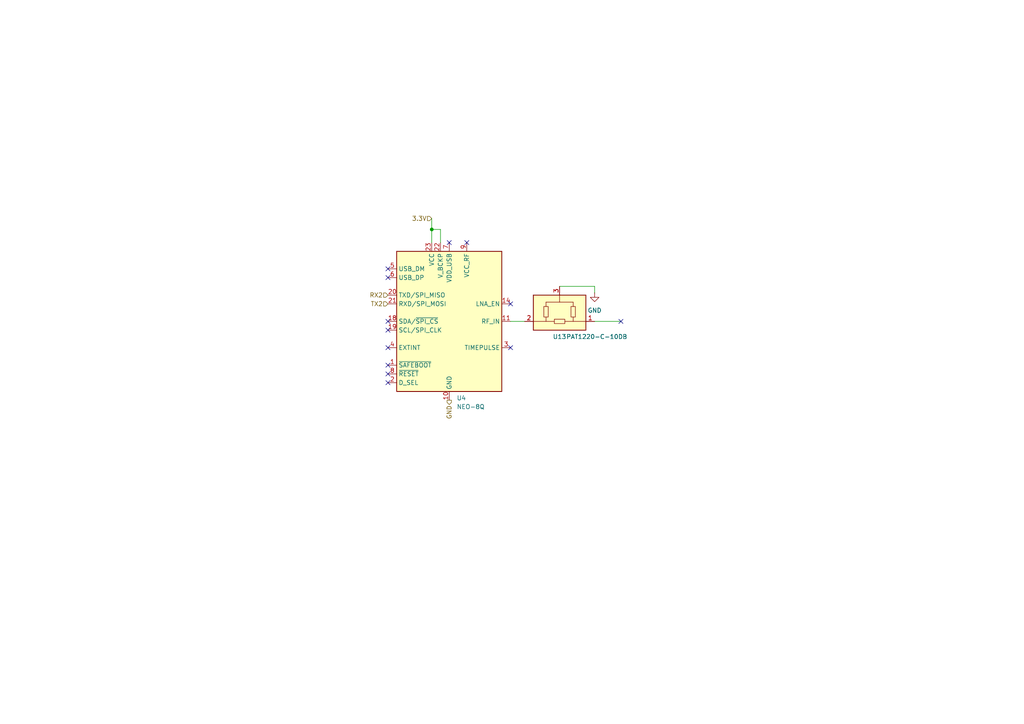
<source format=kicad_sch>
(kicad_sch (version 20250114) (generator "eeschema") (generator_version "9.0")
  (paper "A4")
  (lib_symbols
    (symbol "RF:PAT1220-C-10DB"
      (property "Reference" "U" (at -6.35 6.35 0))
      (property "Value" "PAT1220-C-10DB" (at 5.08 6.35 0))
      (symbol "PAT1220-C-10DB_0_1"
        (rectangle (start -7.62 5.08) (end 7.62 -5.08) (stroke (width 0.254)) (fill (type background)))
        (polyline (pts (xy -3.937 1.27) (xy -3.937 2.54)))
        (polyline (pts (xy -3.937 -3.048) (xy 3.937 -3.048)))
        (polyline (pts (xy -1.524 2.54) (xy -7.62 2.54)))
        (polyline (pts (xy 0 -5.08) (xy 0 -3.048)))
        (polyline (pts (xy 3.937 1.27) (xy 3.937 2.54)))
        (pin passive line (at 0 -7.62 90) (length 2.54) (name "~") (number "3"))
      )
      (symbol "PAT1220-C-10DB_1_1"
        (rectangle (start -4.572 -1.778) (end -3.302 1.27))
        (polyline (pts (xy -3.937 -3.048) (xy -3.937 -1.778)))
        (rectangle (start -1.524 3.175) (end 1.524 1.905))
        (rectangle (start 3.302 -1.778) (end 4.572 1.27))
        (polyline (pts (xy 3.937 -3.048) (xy 3.937 -1.778)))
        (polyline (pts (xy 7.62 2.54) (xy 1.524 2.54)))
        (pin passive line (at -10.16 2.54 0) (length 2.54) (name "~") (number "1"))
        (pin passive line (at 10.16 2.54 180) (length 2.54) (name "~") (number "2"))
      )
    )
    (symbol "RF_GPS:NEO-8Q"
      (property "Reference" "U" (at -13.97 21.59 0))
      (property "Value" "NEO-8Q" (at 11.43 21.59 0))
      (symbol "NEO-8Q_0_1"
        (rectangle (start -15.24 20.32) (end 15.24 -20.32) (stroke (width 0.254)) (fill (type background)))
      )
      (symbol "NEO-8Q_1_1"
        (pin bidirectional line (at -17.78 15.24 0) (length 2.54) (name "USB_DM") (number "5"))
        (pin bidirectional line (at -17.78 12.7 0) (length 2.54) (name "USB_DP") (number "6"))
        (pin output line (at -17.78 7.62 0) (length 2.54) (name "TXD/SPI_MISO") (number "20"))
        (pin input line (at -17.78 5.08 0) (length 2.54) (name "RXD/SPI_MOSI") (number "21"))
        (pin bidirectional line (at -17.78 0 0) (length 2.54) (name "SDA/~{SPI_CS}") (number "18"))
        (pin input line (at -17.78 -2.54 0) (length 2.54) (name "SCL/SPI_CLK") (number "19"))
        (pin input line (at -17.78 -7.62 0) (length 2.54) (name "EXTINT") (number "4"))
        (pin input line (at -17.78 -12.7 0) (length 2.54) (name "~{SAFEBOOT}") (number "1"))
        (pin input line (at -17.78 -15.24 0) (length 2.54) (name "~{RESET}") (number "8"))
        (pin input line (at -17.78 -17.78 0) (length 2.54) (name "D_SEL") (number "2"))
        (pin power_in line (at -5.08 22.86 270) (length 2.54) (name "VCC") (number "23"))
        (pin power_in line (at -2.54 22.86 270) (length 2.54) (name "V_BCKP") (number "22"))
        (pin power_in line (at 0 22.86 270) (length 2.54) (name "VDD_USB") (number "7"))
        (pin power_in line (at 0 -22.86 90) (length 2.54) (name "GND") (number "10"))
        (pin passive line (at 0 -22.86 90) (length 2.54) (hide yes) (name "GND") (number "12"))
        (pin passive line (at 0 -22.86 90) (length 2.54) (hide yes) (name "GND") (number "13"))
        (pin passive line (at 0 -22.86 90) (length 2.54) (hide yes) (name "GND") (number "24"))
        (pin power_out line (at 5.08 22.86 270) (length 2.54) (name "VCC_RF") (number "9"))
        (pin no_connect line (at 15.24 -10.16 180) (length 2.54) (hide yes) (name "RESERVED") (number "15"))
        (pin no_connect line (at 15.24 -12.7 180) (length 2.54) (hide yes) (name "RESERVED") (number "16"))
        (pin no_connect line (at 15.24 -15.24 180) (length 2.54) (hide yes) (name "RESERVED") (number "17"))
        (pin output line (at 17.78 5.08 180) (length 2.54) (name "LNA_EN") (number "14"))
        (pin input line (at 17.78 0 180) (length 2.54) (name "RF_IN") (number "11"))
        (pin output line (at 17.78 -7.62 180) (length 2.54) (name "TIMEPULSE") (number "3"))
      )
    )
    (symbol "power:GND" (power) (pin_numbers (hide yes)) (pin_names (offset 0) (hide yes))
      (property "Value" "GND" (at 0 -3.81 0))
      (symbol "GND_0_1"
        (polyline (pts (xy 0 0) (xy 0 -1.27) (xy 1.27 -1.27) (xy 0 -2.54) (xy -1.27 -1.27) (xy 0 -1.27)))
      )
      (symbol "GND_1_1"
        (pin power_in line (at 0 0 270) (length 0) (name "~") (number "1"))
      )
    )
  )
  (junction (at 125.222 66.548))
  (no_connect (at 112.522 95.758))
  (no_connect (at 112.522 110.998))
  (no_connect (at 112.522 93.218))
  (no_connect (at 112.522 108.458))
  (no_connect (at 112.522 105.918))
  (no_connect (at 112.522 80.518))
  (no_connect (at 112.522 100.838))
  (no_connect (at 112.522 77.978))
  (no_connect (at 148.082 88.138))
  (no_connect (at 135.382 70.358))
  (no_connect (at 180.086 93.218))
  (no_connect (at 148.082 100.838))
  (no_connect (at 130.302 70.358))
  (wire (pts (xy 172.466 93.218) (xy 180.086 93.218)))
  (wire (pts (xy 125.222 66.548) (xy 127.762 66.548)))
  (wire (pts (xy 125.222 66.548) (xy 125.222 70.358)))
  (wire (pts (xy 162.306 83.058) (xy 172.466 83.058)))
  (wire (pts (xy 127.762 66.548) (xy 127.762 70.358)))
  (wire (pts (xy 172.466 83.058) (xy 172.466 84.963)))
  (wire (pts (xy 125.222 63.373) (xy 125.222 66.548)))
  (wire (pts (xy 148.082 93.218) (xy 152.146 93.218)))
  (hierarchical_label "TX2" (shape input) (at 112.522 88.138 180))
  (hierarchical_label "GND" (shape output) (at 130.302 116.078 270))
  (hierarchical_label "3.3V" (shape input) (at 125.222 63.373 180))
  (hierarchical_label "RX2" (shape input) (at 112.522 85.598 180))
  (symbol (lib_id "RF:PAT1220-C-10DB") (at 162.306 90.678 180) (unit 1)
    (property "Reference" "U13" (at 162.306 97.663 0))
    (property "Value" "PAT1220-C-10DB" (at 173.101 97.663 0))
    (property "Footprint" "RF_Converter:RF_Attenuator_Susumu_PAT1220" (effects (hide yes)))
    (property "Datasheet" "https://www.susumu.co.jp/common/pdf/n_catalog_partition16_en.pdf" (effects (hide yes)))
    (property "Description" "10GHz RF Attenuator, 50ohm Matched Impedance, 10dB Attenuation, PAT1220" (effects (hide yes)))
  )
  (symbol (lib_id "power:GND") (at 172.466 84.963 0) (unit 1)
    (property "Reference" "#PWR017" (effects (hide yes)))
    (property "Value" "GND" (at 172.466 90.043 0))
    (property "Description" "Power symbol creates a global label with name \"GND\" , ground" (effects (hide yes)))
  )
  (symbol (lib_id "RF_GPS:NEO-8Q") (at 130.302 93.218 0) (unit 1)
    (property "Reference" "U4" (at 132.4453 115.443 0) (effects (justify left)))
    (property "Value" "NEO-8Q" (at 132.4453 117.983 0) (effects (justify left)))
    (property "Footprint" "RF_GPS:ublox_NEO" (effects (hide yes)))
    (property "Datasheet" "https://content.u-blox.com/sites/default/files/documents/NEO-8Q_DataSheet_UBX-15031913.pdf" (effects (hide yes)))
    (property "Description" "GNSS Module NEO 8, VCC 1.65V to 3.6V" (effects (hide yes)))
  )
)
</source>
